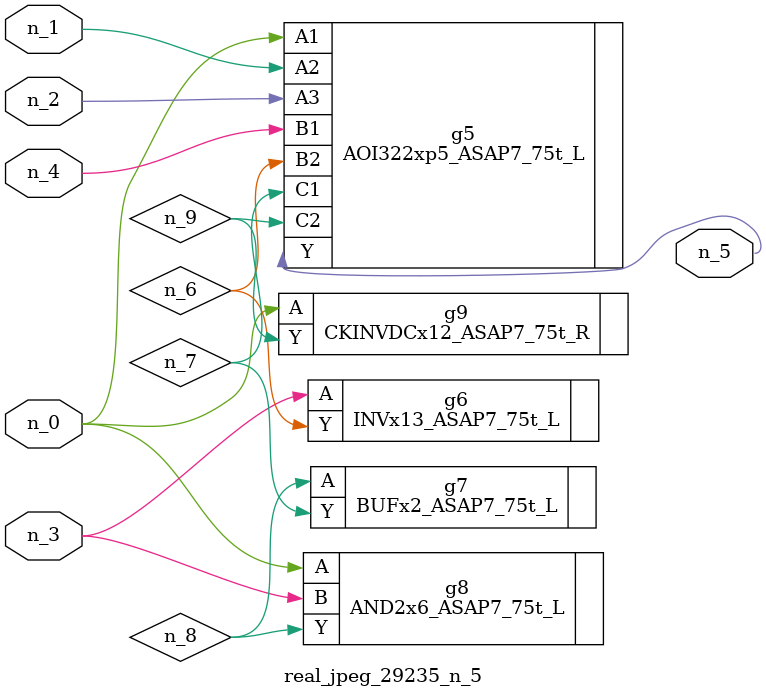
<source format=v>
module real_jpeg_29235_n_5 (n_4, n_0, n_1, n_2, n_3, n_5);

input n_4;
input n_0;
input n_1;
input n_2;
input n_3;

output n_5;

wire n_8;
wire n_6;
wire n_7;
wire n_9;

AOI322xp5_ASAP7_75t_L g5 ( 
.A1(n_0),
.A2(n_1),
.A3(n_2),
.B1(n_4),
.B2(n_6),
.C1(n_7),
.C2(n_9),
.Y(n_5)
);

AND2x6_ASAP7_75t_L g8 ( 
.A(n_0),
.B(n_3),
.Y(n_8)
);

CKINVDCx12_ASAP7_75t_R g9 ( 
.A(n_0),
.Y(n_9)
);

INVx13_ASAP7_75t_L g6 ( 
.A(n_3),
.Y(n_6)
);

BUFx2_ASAP7_75t_L g7 ( 
.A(n_8),
.Y(n_7)
);


endmodule
</source>
